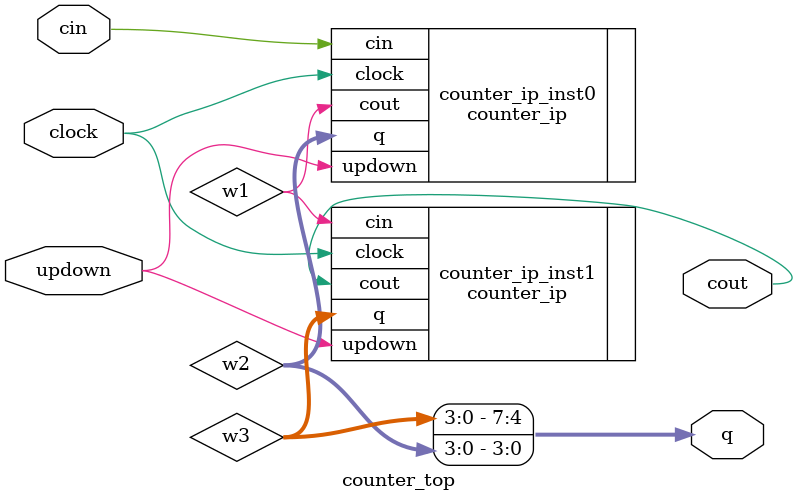
<source format=v>
module  counter_top(
                        cin,
                        clock,
                        updown,
                        cout,
                        q
                    );

    input               cin;
    input               clock;
    input               updown;
    output              cout;
    output      [7:0]   q;

    wire                w1;
    wire        [3:0]   w2;
    wire        [3:0]   w3;

    counter_ip counter_ip_inst0(
                                    .cin(cin),
                                    .clock(clock),
                                    .updown(updown),
                                    .cout(w1),
                                    .q(w2)
                                );

    counter_ip counter_ip_inst1(
                                    .cin(w1),
                                    .clock(clock),
                                    .updown(updown),
                                    .cout(cout),
                                    .q(w3)
                                );

    assign  q[7:0]={w3[3:0],w2[3:0]} ;

endmodule
</source>
